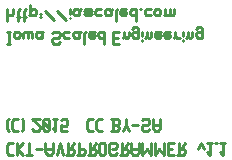
<source format=gbr>
G04 start of page 10 for group -4078 idx -4078 *
G04 Title: (unknown), bottomsilk *
G04 Creator: pcb 20140316 *
G04 CreationDate: Mon 30 Nov 2015 06:11:34 PM GMT UTC *
G04 For: ndholmes *
G04 Format: Gerber/RS-274X *
G04 PCB-Dimensions (mil): 1875.00 1000.00 *
G04 PCB-Coordinate-Origin: lower left *
%MOIN*%
%FSLAX25Y25*%
%LNBOTTOMSILK*%
%ADD71C,0.0100*%
G54D71*X95000Y43500D02*X96000D01*
X95500D02*Y47500D01*
X95000D02*X96000D01*
X97200Y46000D02*Y47000D01*
Y46000D02*X97700Y45500D01*
X98700D01*
X99200Y46000D01*
Y47000D01*
X98700Y47500D02*X99200Y47000D01*
X97700Y47500D02*X98700D01*
X97200Y47000D02*X97700Y47500D01*
X100400Y45500D02*Y47000D01*
X100900Y47500D01*
X101400D01*
X101900Y47000D01*
Y45500D02*Y47000D01*
X102400Y47500D01*
X102900D01*
X103400Y47000D01*
Y45500D02*Y47000D01*
X106100Y45500D02*X106600Y46000D01*
X105100Y45500D02*X106100D01*
X104600Y46000D02*X105100Y45500D01*
X104600Y46000D02*Y47000D01*
X105100Y47500D01*
X106600Y45500D02*Y47000D01*
X107100Y47500D01*
X105100D02*X106100D01*
X106600Y47000D01*
X112100Y43500D02*X112600Y44000D01*
X110600Y43500D02*X112100D01*
X110100Y44000D02*X110600Y43500D01*
X110100Y44000D02*Y45000D01*
X110600Y45500D01*
X112100D01*
X112600Y46000D01*
Y47000D01*
X112100Y47500D02*X112600Y47000D01*
X110600Y47500D02*X112100D01*
X110100Y47000D02*X110600Y47500D01*
X114300Y45500D02*X115800D01*
X113800Y46000D02*X114300Y45500D01*
X113800Y46000D02*Y47000D01*
X114300Y47500D01*
X115800D01*
X118500Y45500D02*X119000Y46000D01*
X117500Y45500D02*X118500D01*
X117000Y46000D02*X117500Y45500D01*
X117000Y46000D02*Y47000D01*
X117500Y47500D01*
X119000Y45500D02*Y47000D01*
X119500Y47500D01*
X117500D02*X118500D01*
X119000Y47000D01*
X120700Y43500D02*Y47000D01*
X121200Y47500D01*
X122700D02*X124200D01*
X122200Y47000D02*X122700Y47500D01*
X122200Y46000D02*Y47000D01*
Y46000D02*X122700Y45500D01*
X123700D01*
X124200Y46000D01*
X122200Y46500D02*X124200D01*
Y46000D02*Y46500D01*
X127400Y43500D02*Y47500D01*
X126900D02*X127400Y47000D01*
X125900Y47500D02*X126900D01*
X125400Y47000D02*X125900Y47500D01*
X125400Y46000D02*Y47000D01*
Y46000D02*X125900Y45500D01*
X126900D01*
X127400Y46000D01*
X130400Y45300D02*X131900D01*
X130400Y47500D02*X132400D01*
X130400Y43500D02*Y47500D01*
Y43500D02*X132400D01*
X134100Y46000D02*Y47500D01*
Y46000D02*X134600Y45500D01*
X135100D01*
X135600Y46000D01*
Y47500D01*
X133600Y45500D02*X134100Y46000D01*
X138300Y45500D02*X138800Y46000D01*
X137300Y45500D02*X138300D01*
X136800Y46000D02*X137300Y45500D01*
X136800Y46000D02*Y47000D01*
X137300Y47500D01*
X138300D01*
X138800Y47000D01*
X136800Y48500D02*X137300Y49000D01*
X138300D01*
X138800Y48500D01*
Y45500D02*Y48500D01*
X140000Y44500D02*Y44600D01*
Y46000D02*Y47500D01*
X141500Y46000D02*Y47500D01*
Y46000D02*X142000Y45500D01*
X142500D01*
X143000Y46000D01*
Y47500D01*
X141000Y45500D02*X141500Y46000D01*
X144700Y47500D02*X146200D01*
X144200Y47000D02*X144700Y47500D01*
X144200Y46000D02*Y47000D01*
Y46000D02*X144700Y45500D01*
X145700D01*
X146200Y46000D01*
X144200Y46500D02*X146200D01*
Y46000D02*Y46500D01*
X147900Y47500D02*X149400D01*
X147400Y47000D02*X147900Y47500D01*
X147400Y46000D02*Y47000D01*
Y46000D02*X147900Y45500D01*
X148900D01*
X149400Y46000D01*
X147400Y46500D02*X149400D01*
Y46000D02*Y46500D01*
X151100Y46000D02*Y47500D01*
Y46000D02*X151600Y45500D01*
X152600D01*
X150600D02*X151100Y46000D01*
X153800Y44500D02*Y44600D01*
Y46000D02*Y47500D01*
X155300Y46000D02*Y47500D01*
Y46000D02*X155800Y45500D01*
X156300D01*
X156800Y46000D01*
Y47500D01*
X154800Y45500D02*X155300Y46000D01*
X159500Y45500D02*X160000Y46000D01*
X158500Y45500D02*X159500D01*
X158000Y46000D02*X158500Y45500D01*
X158000Y46000D02*Y47000D01*
X158500Y47500D01*
X159500D01*
X160000Y47000D01*
X158000Y48500D02*X158500Y49000D01*
X159500D01*
X160000Y48500D01*
Y45500D02*Y48500D01*
X95700Y10500D02*X97000D01*
X95000Y9800D02*X95700Y10500D01*
X95000Y7200D02*Y9800D01*
Y7200D02*X95700Y6500D01*
X97000D01*
X98200D02*Y10500D01*
Y8500D02*X100200Y6500D01*
X98200Y8500D02*X100200Y10500D01*
X101400Y6500D02*X103400D01*
X102400D02*Y10500D01*
X104600Y8500D02*X106600D01*
X107800Y7500D02*Y10500D01*
Y7500D02*X108500Y6500D01*
X109600D01*
X110300Y7500D01*
Y10500D01*
X107800Y8500D02*X110300D01*
X111500Y6500D02*X112500Y10500D01*
X113500Y6500D01*
X114700D02*X116700D01*
X117200Y7000D01*
Y8000D01*
X116700Y8500D02*X117200Y8000D01*
X115200Y8500D02*X116700D01*
X115200Y6500D02*Y10500D01*
X116000Y8500D02*X117200Y10500D01*
X118900Y6500D02*Y10500D01*
X118400Y6500D02*X120400D01*
X120900Y7000D01*
Y8000D01*
X120400Y8500D02*X120900Y8000D01*
X118900Y8500D02*X120400D01*
X122100Y6500D02*X124100D01*
X124600Y7000D01*
Y8000D01*
X124100Y8500D02*X124600Y8000D01*
X122600Y8500D02*X124100D01*
X122600Y6500D02*Y10500D01*
X123400Y8500D02*X124600Y10500D01*
X125800Y7000D02*Y10000D01*
Y7000D02*X126300Y6500D01*
X127300D01*
X127800Y7000D01*
Y10000D01*
X127300Y10500D02*X127800Y10000D01*
X126300Y10500D02*X127300D01*
X125800Y10000D02*X126300Y10500D01*
X131000Y6500D02*X131500Y7000D01*
X129500Y6500D02*X131000D01*
X129000Y7000D02*X129500Y6500D01*
X129000Y7000D02*Y10000D01*
X129500Y10500D01*
X131000D01*
X131500Y10000D01*
Y9000D02*Y10000D01*
X131000Y8500D02*X131500Y9000D01*
X130000Y8500D02*X131000D01*
X132700Y6500D02*X134700D01*
X135200Y7000D01*
Y8000D01*
X134700Y8500D02*X135200Y8000D01*
X133200Y8500D02*X134700D01*
X133200Y6500D02*Y10500D01*
X134000Y8500D02*X135200Y10500D01*
X136400Y7500D02*Y10500D01*
Y7500D02*X137100Y6500D01*
X138200D01*
X138900Y7500D01*
Y10500D01*
X136400Y8500D02*X138900D01*
X140100Y6500D02*Y10500D01*
Y6500D02*X141600Y8500D01*
X143100Y6500D01*
Y10500D01*
X144300Y6500D02*Y10500D01*
Y6500D02*X145800Y8500D01*
X147300Y6500D01*
Y10500D01*
X148500Y8300D02*X150000D01*
X148500Y10500D02*X150500D01*
X148500Y6500D02*Y10500D01*
Y6500D02*X150500D01*
X151700D02*X153700D01*
X154200Y7000D01*
Y8000D01*
X153700Y8500D02*X154200Y8000D01*
X152200Y8500D02*X153700D01*
X152200Y6500D02*Y10500D01*
X153000Y8500D02*X154200Y10500D01*
X158500Y8500D02*X159500Y10500D01*
X160500Y8500D02*X159500Y10500D01*
X161700Y7300D02*X162500Y6500D01*
Y10500D01*
X161700D02*X163200D01*
X164400D02*X164900D01*
X166100Y7300D02*X166900Y6500D01*
Y10500D01*
X166100D02*X167600D01*
X95000Y18000D02*X95500Y18500D01*
X95000Y15000D02*X95500Y14500D01*
X95000Y15000D02*Y18000D01*
X97400Y18500D02*X98700D01*
X96700Y17800D02*X97400Y18500D01*
X96700Y15200D02*Y17800D01*
Y15200D02*X97400Y14500D01*
X98700D01*
X99900D02*X100400Y15000D01*
Y18000D01*
X99900Y18500D02*X100400Y18000D01*
X103400Y15000D02*X103900Y14500D01*
X105400D01*
X105900Y15000D01*
Y16000D01*
X103400Y18500D02*X105900Y16000D01*
X103400Y18500D02*X105900D01*
X107100Y18000D02*X107600Y18500D01*
X107100Y15000D02*Y18000D01*
Y15000D02*X107600Y14500D01*
X108600D01*
X109100Y15000D01*
Y18000D01*
X108600Y18500D02*X109100Y18000D01*
X107600Y18500D02*X108600D01*
X107100Y17500D02*X109100Y15500D01*
X110300Y15300D02*X111100Y14500D01*
Y18500D01*
X110300D02*X111800D01*
X113000Y14500D02*X115000D01*
X113000D02*Y16500D01*
X113500Y16000D01*
X114500D01*
X115000Y16500D01*
Y18000D01*
X114500Y18500D02*X115000Y18000D01*
X113500Y18500D02*X114500D01*
X113000Y18000D02*X113500Y18500D01*
X122300D02*X123600D01*
X121600Y17800D02*X122300Y18500D01*
X121600Y15200D02*Y17800D01*
Y15200D02*X122300Y14500D01*
X123600D01*
X125500Y18500D02*X126800D01*
X124800Y17800D02*X125500Y18500D01*
X124800Y15200D02*Y17800D01*
Y15200D02*X125500Y14500D01*
X126800D01*
X129800Y18500D02*X131800D01*
X132300Y18000D01*
Y16800D02*Y18000D01*
X131800Y16300D02*X132300Y16800D01*
X130300Y16300D02*X131800D01*
X130300Y14500D02*Y18500D01*
X129800Y14500D02*X131800D01*
X132300Y15000D01*
Y15800D01*
X131800Y16300D02*X132300Y15800D01*
X133500Y14500D02*X134500Y16500D01*
X135500Y14500D01*
X134500Y16500D02*Y18500D01*
X136700Y16500D02*X138700D01*
X141900Y14500D02*X142400Y15000D01*
X140400Y14500D02*X141900D01*
X139900Y15000D02*X140400Y14500D01*
X139900Y15000D02*Y16000D01*
X140400Y16500D01*
X141900D01*
X142400Y17000D01*
Y18000D01*
X141900Y18500D02*X142400Y18000D01*
X140400Y18500D02*X141900D01*
X139900Y18000D02*X140400Y18500D01*
X143600Y15500D02*Y18500D01*
Y15500D02*X144300Y14500D01*
X145400D01*
X146100Y15500D01*
Y18500D01*
X143600Y16500D02*X146100D01*
X95000Y51000D02*Y55000D01*
Y53500D02*X95500Y53000D01*
X96500D01*
X97000Y53500D01*
Y55000D01*
X98700Y51000D02*Y54500D01*
X99200Y55000D01*
X98200Y52500D02*X99200D01*
X100700Y51000D02*Y54500D01*
X101200Y55000D01*
X100200Y52500D02*X101200D01*
X102700Y53500D02*Y56500D01*
X102200Y53000D02*X102700Y53500D01*
X103200Y53000D01*
X104200D01*
X104700Y53500D01*
Y54500D01*
X104200Y55000D02*X104700Y54500D01*
X103200Y55000D02*X104200D01*
X102700Y54500D02*X103200Y55000D01*
X105900Y52500D02*X106400D01*
X105900Y53500D02*X106400D01*
X107600Y54500D02*X110600Y51500D01*
X111800Y54500D02*X114800Y51500D01*
X116000Y52000D02*Y52100D01*
Y53500D02*Y55000D01*
X118500Y53000D02*X119000Y53500D01*
X117500Y53000D02*X118500D01*
X117000Y53500D02*X117500Y53000D01*
X117000Y53500D02*Y54500D01*
X117500Y55000D01*
X119000Y53000D02*Y54500D01*
X119500Y55000D01*
X117500D02*X118500D01*
X119000Y54500D01*
X121200Y55000D02*X122700D01*
X123200Y54500D01*
X122700Y54000D02*X123200Y54500D01*
X121200Y54000D02*X122700D01*
X120700Y53500D02*X121200Y54000D01*
X120700Y53500D02*X121200Y53000D01*
X122700D01*
X123200Y53500D01*
X120700Y54500D02*X121200Y55000D01*
X124900Y53000D02*X126400D01*
X124400Y53500D02*X124900Y53000D01*
X124400Y53500D02*Y54500D01*
X124900Y55000D01*
X126400D01*
X129100Y53000D02*X129600Y53500D01*
X128100Y53000D02*X129100D01*
X127600Y53500D02*X128100Y53000D01*
X127600Y53500D02*Y54500D01*
X128100Y55000D01*
X129600Y53000D02*Y54500D01*
X130100Y55000D01*
X128100D02*X129100D01*
X129600Y54500D01*
X131300Y51000D02*Y54500D01*
X131800Y55000D01*
X133300D02*X134800D01*
X132800Y54500D02*X133300Y55000D01*
X132800Y53500D02*Y54500D01*
Y53500D02*X133300Y53000D01*
X134300D01*
X134800Y53500D01*
X132800Y54000D02*X134800D01*
Y53500D02*Y54000D01*
X138000Y51000D02*Y55000D01*
X137500D02*X138000Y54500D01*
X136500Y55000D02*X137500D01*
X136000Y54500D02*X136500Y55000D01*
X136000Y53500D02*Y54500D01*
Y53500D02*X136500Y53000D01*
X137500D01*
X138000Y53500D01*
X139200Y55000D02*X139700D01*
X141400Y53000D02*X142900D01*
X140900Y53500D02*X141400Y53000D01*
X140900Y53500D02*Y54500D01*
X141400Y55000D01*
X142900D01*
X144100Y53500D02*Y54500D01*
Y53500D02*X144600Y53000D01*
X145600D01*
X146100Y53500D01*
Y54500D01*
X145600Y55000D02*X146100Y54500D01*
X144600Y55000D02*X145600D01*
X144100Y54500D02*X144600Y55000D01*
X147800Y53500D02*Y55000D01*
Y53500D02*X148300Y53000D01*
X148800D01*
X149300Y53500D01*
Y55000D01*
Y53500D02*X149800Y53000D01*
X150300D01*
X150800Y53500D01*
Y55000D01*
X147300Y53000D02*X147800Y53500D01*
M02*

</source>
